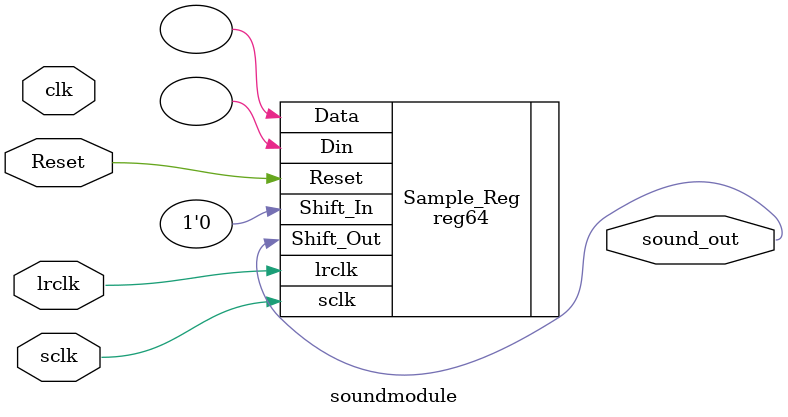
<source format=sv>
module soundmodule
(
	input logic 	sclk,			//44.1*60 kHz clock
						lrclk,		//44.1 kHz clock
						clk, 			//50 MHz clock
						Reset,		//Reset 
					
	output logic 	sound_out	//sound to dac
					
);

//Generate sound

//Instantiate memory that holds wavetable samples



//step through samples in wavetable according to frequency


//additional signal processing here (filters/fft/delay/etc)




//Shift Register to convert wavetable sample to spi
reg64 Sample_Reg
(
	.sclk,
	.lrclk,
	.Reset,
	.Din(/*COMPUTEED DATA HERE*/),
	.Shift_In(1'b0),
	
	.Shift_Out(sound_out),
	.Data()
);



endmodule

</source>
